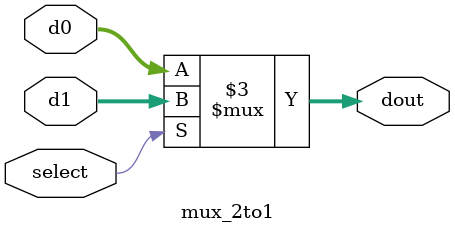
<source format=sv>
`timescale 1ns / 1ps


module mux_2to1 #(parameter width = 16)
(   input logic [width-1:0] d0, d1,
    input logic select,
    output logic [width-1:0] dout);
always_comb begin
    if(select)
        dout = d1;
    else
        dout = d0;
end
endmodule
</source>
